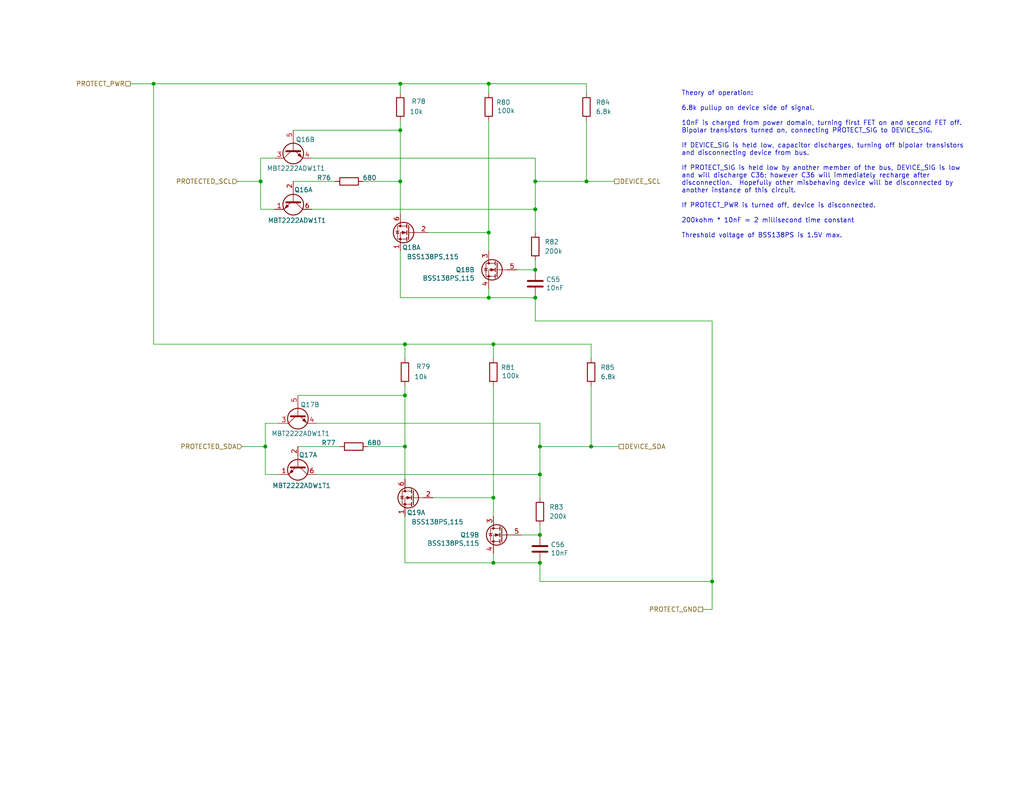
<source format=kicad_sch>
(kicad_sch (version 20231120) (generator "eeschema") (generator_version "8.0")
  (paper "A")
  (title_block (title "I2C Signal Protection") (company "Oakwood School") (comment 1 "All resistors 1% tol ") (comment 2 "All capacitors 15V rated ") (comment 3 "All capacitors on +7.5V or battery rail, 25V rated"))
  (lib_symbols
    (symbol "Device:C" (pin_numbers hide) (pin_names (offset 0.254))
      (property "Reference" "C" (at 0.635 2.54 0))
      (property "Value" "C" (at 0.635 -2.54 0))
      (symbol "C_0_1"
        (polyline (pts (xy -2.032 -0.762) (xy 2.032 -0.762)) (stroke (width 0.508)))
        (polyline (pts (xy -2.032 0.762) (xy 2.032 0.762)) (stroke (width 0.508)))
      )
      (symbol "C_1_1"
        (pin passive line (at 0 3.81 270) (length 2.794) (name "~") (number "1"))
        (pin passive line (at 0 -3.81 90) (length 2.794) (name "~") (number "2"))
      )
    )
    (symbol "Device:R" (pin_numbers hide) (pin_names (offset 0))
      (property "Reference" "R" (at 2.032 0 90))
      (property "Value" "R" (at 0 0 90))
      (symbol "R_0_1"
        (rectangle (start -1.016 -2.54) (end 1.016 2.54) (stroke (width 0.254)))
      )
      (symbol "R_1_1"
        (pin passive line (at 0 3.81 270) (length 1.27) (name "~") (number "1"))
        (pin passive line (at 0 -3.81 90) (length 1.27) (name "~") (number "2"))
      )
    )
    (symbol "Transistor_BJT:MBT2222ADW1T1" (pin_names (offset 0) hide)
      (property "Reference" "Q" (at 5.08 1.27 0))
      (property "Value" "MBT2222ADW1T1" (at 5.08 -1.27 0))
      (symbol "MBT2222ADW1T1_0_1"
        (polyline (pts (xy 0.635 0) (xy -2.54 0)))
        (polyline (pts (xy 0.635 0.635) (xy 2.54 2.54)))
        (polyline (pts (xy 0.635 -0.635) (xy 2.54 -2.54) (xy 2.54 -2.54)))
        (polyline (pts (xy 0.635 1.905) (xy 0.635 -1.905) (xy 0.635 -1.905)) (stroke (width 0.508)))
        (polyline (pts (xy 1.27 -1.778) (xy 1.778 -1.27) (xy 2.286 -2.286) (xy 1.27 -1.778) (xy 1.27 -1.778)) (fill (type outline)))
        (circle (center 1.27 0) (radius 2.8194) (stroke (width 0.254)))
      )
      (symbol "MBT2222ADW1T1_1_1"
        (pin passive line (at 2.54 -5.08 90) (length 2.54) (name "E1") (number "1"))
        (pin input line (at -5.08 0 0) (length 2.54) (name "B1") (number "2"))
        (pin passive line (at 2.54 5.08 270) (length 2.54) (name "C1") (number "6"))
      )
      (symbol "MBT2222ADW1T1_2_1"
        (pin passive line (at 2.54 5.08 270) (length 2.54) (name "C2") (number "3"))
        (pin passive line (at 2.54 -5.08 90) (length 2.54) (name "E2") (number "4"))
        (pin input line (at -5.08 0 0) (length 2.54) (name "B2") (number "5"))
      )
    )
    (symbol "mainboard:BSS138DWQ-7" (pin_names (offset 0.762) hide)
      (property "Reference" "Q" (at -2.54 5.08 0))
      (property "Value" "BSS138DWQ-7" (at 3.81 6.35 0))
      (symbol "BSS138DWQ-7_1_1"
        (polyline (pts (xy -1.016 0) (xy -3.81 0)))
        (polyline (pts (xy -1.016 1.905) (xy -1.016 -1.905)) (stroke (width 0.254)))
        (polyline (pts (xy -0.508 -1.27) (xy -0.508 -2.286)) (stroke (width 0.254)))
        (polyline (pts (xy -0.508 0.508) (xy -0.508 -0.508)) (stroke (width 0.254)))
        (polyline (pts (xy -0.508 2.286) (xy -0.508 1.27)) (stroke (width 0.254)))
        (polyline (pts (xy 1.27 2.54) (xy 1.27 1.778)))
        (polyline (pts (xy 1.27 -2.54) (xy 1.27 0) (xy -0.508 0)))
        (polyline (pts (xy -0.508 -1.778) (xy 2.032 -1.778) (xy 2.032 1.778) (xy -0.508 1.778)))
        (polyline (pts (xy -0.254 0) (xy 0.762 0.381) (xy 0.762 -0.381) (xy -0.254 0)) (fill (type outline)))
        (polyline (pts (xy 1.524 0.508) (xy 1.651 0.381) (xy 2.413 0.381) (xy 2.54 0.254)))
        (polyline (pts (xy 2.032 0.381) (xy 1.651 -0.254) (xy 2.413 -0.254) (xy 2.032 0.381)))
        (circle (center 0.381 0) (radius 2.794) (stroke (width 0.254)))
        (circle (center 1.27 -1.778) (radius 0.254) (fill (type outline)))
        (circle (center 1.27 1.778) (radius 0.254) (fill (type outline)))
        (pin passive line (at 1.27 -5.08 90) (length 2.54) (name "S2") (number "1"))
        (pin input line (at -6.35 0 0) (length 2.54) (name "G2") (number "2"))
        (pin passive line (at 1.27 5.08 270) (length 2.54) (name "D1") (number "6"))
      )
      (symbol "BSS138DWQ-7_2_1"
        (polyline (pts (xy -1.016 0) (xy -3.81 0)))
        (polyline (pts (xy -1.016 1.905) (xy -1.016 -1.905)) (stroke (width 0.254)))
        (polyline (pts (xy -0.508 -1.27) (xy -0.508 -2.286)) (stroke (width 0.254)))
        (polyline (pts (xy -0.508 0.508) (xy -0.508 -0.508)) (stroke (width 0.254)))
        (polyline (pts (xy -0.508 2.286) (xy -0.508 1.27)) (stroke (width 0.254)))
        (polyline (pts (xy 1.27 2.54) (xy 1.27 1.778)))
        (polyline (pts (xy 1.27 -2.54) (xy 1.27 0) (xy -0.508 0)))
        (polyline (pts (xy -0.508 -1.778) (xy 2.032 -1.778) (xy 2.032 1.778) (xy -0.508 1.778)))
        (polyline (pts (xy -0.254 0) (xy 0.762 0.381) (xy 0.762 -0.381) (xy -0.254 0)) (fill (type outline)))
        (polyline (pts (xy 1.524 0.508) (xy 1.651 0.381) (xy 2.413 0.381) (xy 2.54 0.254)))
        (polyline (pts (xy 2.032 0.381) (xy 1.651 -0.254) (xy 2.413 -0.254) (xy 2.032 0.381)))
        (circle (center 0.381 0) (radius 2.794) (stroke (width 0.254)))
        (circle (center 1.27 -1.778) (radius 0.254) (fill (type outline)))
        (circle (center 1.27 1.778) (radius 0.254) (fill (type outline)))
        (pin passive line (at 1.27 5.08 270) (length 2.54) (name "D2") (number "3"))
        (pin passive line (at 1.27 -5.08 90) (length 2.54) (name "S1") (number "4"))
        (pin input line (at -6.35 0 0) (length 2.54) (name "G1") (number "5"))
      )
    )
  )
  (junction (at 41.91 22.86))
  (junction (at 147.32 146.05))
  (junction (at 71.12 49.53))
  (junction (at 133.35 81.28))
  (junction (at 110.49 121.92))
  (junction (at 133.35 63.5))
  (junction (at 109.22 49.53))
  (junction (at 194.31 158.75))
  (junction (at 110.49 93.98))
  (junction (at 146.05 57.15))
  (junction (at 110.49 107.95))
  (junction (at 134.62 153.67))
  (junction (at 147.32 153.67))
  (junction (at 133.35 22.86))
  (junction (at 146.05 73.66))
  (junction (at 160.02 49.53))
  (junction (at 161.29 121.92))
  (junction (at 134.62 93.98))
  (junction (at 72.39 121.92))
  (junction (at 147.32 129.54))
  (junction (at 146.05 81.28))
  (junction (at 147.32 121.92))
  (junction (at 146.05 49.53))
  (junction (at 109.22 22.86))
  (junction (at 134.62 135.89))
  (junction (at 109.22 35.56))
  (wire (pts (xy 134.62 105.41) (xy 134.62 135.89)))
  (wire (pts (xy 76.2 115.57) (xy 72.39 115.57)))
  (wire (pts (xy 100.33 121.92) (xy 110.49 121.92)))
  (wire (pts (xy 118.11 135.89) (xy 134.62 135.89)))
  (wire (pts (xy 109.22 81.28) (xy 109.22 68.58)))
  (wire (pts (xy 146.05 43.18) (xy 146.05 49.53)))
  (wire (pts (xy 72.39 115.57) (xy 72.39 121.92)))
  (wire (pts (xy 133.35 22.86) (xy 133.35 25.4)))
  (wire (pts (xy 134.62 93.98) (xy 110.49 93.98)))
  (wire (pts (xy 133.35 22.86) (xy 160.02 22.86)))
  (wire (pts (xy 194.31 166.37) (xy 194.31 158.75)))
  (wire (pts (xy 161.29 93.98) (xy 134.62 93.98)))
  (wire (pts (xy 110.49 107.95) (xy 110.49 121.92)))
  (wire (pts (xy 110.49 153.67) (xy 134.62 153.67)))
  (wire (pts (xy 140.97 73.66) (xy 146.05 73.66)))
  (wire (pts (xy 146.05 57.15) (xy 146.05 49.53)))
  (wire (pts (xy 134.62 93.98) (xy 134.62 97.79)))
  (wire (pts (xy 71.12 49.53) (xy 71.12 57.15)))
  (wire (pts (xy 109.22 22.86) (xy 133.35 22.86)))
  (wire (pts (xy 76.2 129.54) (xy 72.39 129.54)))
  (wire (pts (xy 160.02 49.53) (xy 167.64 49.53)))
  (wire (pts (xy 110.49 121.92) (xy 110.49 130.81)))
  (wire (pts (xy 41.91 22.86) (xy 109.22 22.86)))
  (wire (pts (xy 147.32 153.67) (xy 147.32 158.75)))
  (wire (pts (xy 147.32 143.51) (xy 147.32 146.05)))
  (wire (pts (xy 109.22 33.02) (xy 109.22 35.56)))
  (wire (pts (xy 161.29 121.92) (xy 168.91 121.92)))
  (wire (pts (xy 64.77 49.53) (xy 71.12 49.53)))
  (wire (pts (xy 134.62 135.89) (xy 134.62 140.97)))
  (wire (pts (xy 109.22 81.28) (xy 133.35 81.28)))
  (wire (pts (xy 110.49 107.95) (xy 81.28 107.95)))
  (wire (pts (xy 85.09 57.15) (xy 146.05 57.15)))
  (wire (pts (xy 147.32 115.57) (xy 147.32 121.92)))
  (wire (pts (xy 80.01 49.53) (xy 91.44 49.53)))
  (wire (pts (xy 146.05 71.12) (xy 146.05 73.66)))
  (wire (pts (xy 110.49 153.67) (xy 110.49 140.97)))
  (wire (pts (xy 133.35 63.5) (xy 133.35 68.58)))
  (wire (pts (xy 81.28 121.92) (xy 92.71 121.92)))
  (wire (pts (xy 35.56 22.86) (xy 41.91 22.86)))
  (wire (pts (xy 66.04 121.92) (xy 72.39 121.92)))
  (wire (pts (xy 133.35 81.28) (xy 146.05 81.28)))
  (wire (pts (xy 133.35 33.02) (xy 133.35 63.5)))
  (wire (pts (xy 194.31 87.63) (xy 194.31 158.75)))
  (wire (pts (xy 146.05 49.53) (xy 160.02 49.53)))
  (wire (pts (xy 109.22 49.53) (xy 109.22 58.42)))
  (wire (pts (xy 109.22 35.56) (xy 80.01 35.56)))
  (wire (pts (xy 147.32 121.92) (xy 161.29 121.92)))
  (wire (pts (xy 72.39 121.92) (xy 72.39 129.54)))
  (wire (pts (xy 74.93 57.15) (xy 71.12 57.15)))
  (wire (pts (xy 41.91 93.98) (xy 41.91 22.86)))
  (wire (pts (xy 146.05 63.5) (xy 146.05 57.15)))
  (wire (pts (xy 194.31 158.75) (xy 147.32 158.75)))
  (wire (pts (xy 74.93 43.18) (xy 71.12 43.18)))
  (wire (pts (xy 160.02 25.4) (xy 160.02 22.86)))
  (wire (pts (xy 109.22 35.56) (xy 109.22 49.53)))
  (wire (pts (xy 134.62 153.67) (xy 147.32 153.67)))
  (wire (pts (xy 109.22 22.86) (xy 109.22 25.4)))
  (wire (pts (xy 110.49 93.98) (xy 110.49 97.79)))
  (wire (pts (xy 160.02 33.02) (xy 160.02 49.53)))
  (wire (pts (xy 146.05 87.63) (xy 146.05 81.28)))
  (wire (pts (xy 71.12 43.18) (xy 71.12 49.53)))
  (wire (pts (xy 110.49 93.98) (xy 41.91 93.98)))
  (wire (pts (xy 161.29 105.41) (xy 161.29 121.92)))
  (wire (pts (xy 116.84 63.5) (xy 133.35 63.5)))
  (wire (pts (xy 142.24 146.05) (xy 147.32 146.05)))
  (wire (pts (xy 147.32 129.54) (xy 147.32 121.92)))
  (wire (pts (xy 85.09 43.18) (xy 146.05 43.18)))
  (wire (pts (xy 133.35 78.74) (xy 133.35 81.28)))
  (wire (pts (xy 134.62 151.13) (xy 134.62 153.67)))
  (wire (pts (xy 86.36 129.54) (xy 147.32 129.54)))
  (wire (pts (xy 99.06 49.53) (xy 109.22 49.53)))
  (wire (pts (xy 110.49 105.41) (xy 110.49 107.95)))
  (wire (pts (xy 161.29 97.79) (xy 161.29 93.98)))
  (wire (pts (xy 194.31 87.63) (xy 146.05 87.63)))
  (wire (pts (xy 147.32 135.89) (xy 147.32 129.54)))
  (wire (pts (xy 86.36 115.57) (xy 147.32 115.57)))
  (wire (pts (xy 191.77 166.37) (xy 194.31 166.37)))
  (text "Theory of operation:\n\n6.8k pullup on device side of signal.\n\n10nF is charged from power domain, turning first FET on and second FET off.\nBipolar transistors turned on, connecting PROTECT_SIG to DEVICE_SIG.\n\nIf DEVICE_SIG is held low, capacitor discharges, turning off bipolar transistors\nand disconnecting device from bus.\n\nIf PROTECT_SIG is held low by another member of the bus, DEVICE_SIG is low\nand will discharge C36; however C36 will immediately recharge after\ndisconnection.  Hopefully other misbehaving device will be disconnected by\nanother instance of this circuit.\n\nIf PROTECT_PWR is turned off, device is disconnected.\n\n200kohm * 10nF = 2 millisecond time constant\n\nThreshold voltage of BSS138PS is 1.5V max." (at 185.928 44.958 0) (effects (font (size 1.27 1.27)) (justify left)))
  (hierarchical_label "PROTECTED_SCL" (shape input) (at 64.77 49.53 180))
  (hierarchical_label "PROTECT_PWR" (shape passive) (at 35.56 22.86 180))
  (hierarchical_label "PROTECTED_SDA" (shape input) (at 66.04 121.92 180))
  (hierarchical_label "DEVICE_SCL" (shape passive) (at 167.64 49.53 0))
  (hierarchical_label "DEVICE_SDA" (shape passive) (at 168.91 121.92 0))
  (hierarchical_label "PROTECT_GND" (shape passive) (at 191.77 166.37 180))
  (symbol (lib_id "Device:R") (at 161.29 101.6 0) (unit 1)
    (property "Reference" "R85" (at 163.83 100.3299 0) (effects (justify left)))
    (property "Value" "6.8k" (at 163.83 102.8699 0) (effects (justify left)))
    (property "Footprint" "Resistor_SMD:R_0603_1608Metric" (effects (hide yes)))
    (property "Description" "Resistor" (effects (hide yes)))
    (property "LCSC" "C844805" (effects (hide yes)))
    (instances (project "cpb" (path "" (reference "R85") (unit 1)) (path "" (reference "R75") (unit 1)) (path "" (reference "R95") (unit 1)) (path "" (reference "R65") (unit 1))))
  )
  (symbol (lib_id "Transistor_BJT:MBT2222ADW1T1") (at 81.28 113.03 90) (mirror x) (unit 2)
    (property "Reference" "Q17" (at 84.582 110.49 90))
    (property "Value" "MBT2222ADW1T1" (at 82.042 118.364 90))
    (property "Footprint" "Package_TO_SOT_SMD:SOT-363_SC-70-6" (effects (hide yes)))
    (property "Datasheet" "http://www.onsemi.com/pub_link/Collateral/MBT2222ADW1T1-D.PDF" (effects (hide yes)))
    (property "Description" "Dual NPN BJT - 2NPN" (effects (hide yes)))
    (property "LCSC" "C157366" (effects (hide yes)))
    (instances (project "cpb" (path "" (reference "Q17") (unit 2)) (path "" (reference "Q13") (unit 2)) (path "" (reference "Q21") (unit 2)) (path "" (reference "Q9") (unit 2))))
  )
  (symbol (lib_id "Device:R") (at 109.22 29.21 0) (unit 1)
    (property "Reference" "R78" (at 112.268 27.686 0) (effects (justify left)))
    (property "Value" "10k" (at 111.76 30.48 0) (effects (justify left)))
    (property "Footprint" "Resistor_SMD:R_0603_1608Metric" (effects (hide yes)))
    (property "Description" "Resistor" (effects (hide yes)))
    (property "LCSC" "C844918" (effects (hide yes)))
    (instances (project "cpb" (path "" (reference "R78") (unit 1)) (path "" (reference "R68") (unit 1)) (path "" (reference "R88") (unit 1)) (path "" (reference "R58") (unit 1))))
  )
  (symbol (lib_id "Device:C") (at 147.32 149.86 0) (unit 1)
    (property "Reference" "C56" (at 150.241 148.6916 0) (effects (justify left)))
    (property "Value" "10nF" (at 150.241 151.003 0) (effects (justify left)))
    (property "Footprint" "Capacitor_SMD:C_0603_1608Metric" (effects (hide yes)))
    (property "Description" "50V 10nF X7R ±10% 0603" (effects (hide yes)))
    (property "LCSC" "C100042" (effects (hide yes)))
    (instances (project "cpb" (path "" (reference "C56") (unit 1)) (path "" (reference "C54") (unit 1)) (path "" (reference "C58") (unit 1)) (path "" (reference "C52") (unit 1))))
  )
  (symbol (lib_id "Device:R") (at 133.35 29.21 0) (unit 1)
    (property "Reference" "R80" (at 135.382 27.94 0) (effects (justify left)))
    (property "Value" "100k" (at 135.636 30.226 0) (effects (justify left)))
    (property "Footprint" "Resistor_SMD:R_0603_1608Metric" (effects (hide yes)))
    (property "Description" "Resistor" (effects (hide yes)))
    (property "LCSC" "C189597" (effects (hide yes)))
    (instances (project "cpb" (path "" (reference "R80") (unit 1)) (path "" (reference "R70") (unit 1)) (path "" (reference "R90") (unit 1)) (path "" (reference "R60") (unit 1))))
  )
  (symbol (lib_id "Device:R") (at 146.05 67.31 0) (unit 1)
    (property "Reference" "R82" (at 148.59 66.0399 0) (effects (justify left)))
    (property "Value" "200k" (at 148.59 68.5799 0) (effects (justify left)))
    (property "Footprint" "Resistor_SMD:R_0603_1608Metric" (effects (hide yes)))
    (property "Description" "Resistor" (effects (hide yes)))
    (property "LCSC" "C118142" (effects (hide yes)))
    (instances (project "cpb" (path "" (reference "R82") (unit 1)) (path "" (reference "R72") (unit 1)) (path "" (reference "R92") (unit 1)) (path "" (reference "R62") (unit 1))))
  )
  (symbol (lib_id "Device:R") (at 96.52 121.92 90) (unit 1)
    (property "Reference" "R77" (at 89.662 120.904 90))
    (property "Value" "680" (at 102.108 120.904 90))
    (property "Footprint" "Resistor_SMD:R_0603_1608Metric" (effects (hide yes)))
    (property "Description" "Resistor" (effects (hide yes)))
    (property "LCSC" "C3996690" (effects (hide yes)))
    (instances (project "cpb" (path "" (reference "R77") (unit 1)) (path "" (reference "R67") (unit 1)) (path "" (reference "R87") (unit 1)) (path "" (reference "R57") (unit 1))))
  )
  (symbol (lib_id "Transistor_BJT:MBT2222ADW1T1") (at 80.01 54.61 270) (unit 1)
    (property "Reference" "Q16" (at 82.804 51.816 90))
    (property "Value" "MBT2222ADW1T1" (at 81.026 60.198 90))
    (property "Footprint" "Package_TO_SOT_SMD:SOT-363_SC-70-6" (effects (hide yes)))
    (property "Datasheet" "http://www.onsemi.com/pub_link/Collateral/MBT2222ADW1T1-D.PDF" (effects (hide yes)))
    (property "Description" "Dual NPN BJT - 2NPN" (effects (hide yes)))
    (property "LCSC" "C157366" (effects (hide yes)))
    (instances (project "cpb" (path "" (reference "Q16") (unit 1)) (path "" (reference "Q12") (unit 1)) (path "" (reference "Q20") (unit 1)) (path "" (reference "Q8") (unit 1))))
  )
  (symbol (lib_id "Device:R") (at 134.62 101.6 0) (unit 1)
    (property "Reference" "R81" (at 136.652 100.33 0) (effects (justify left)))
    (property "Value" "100k" (at 136.906 102.616 0) (effects (justify left)))
    (property "Footprint" "Resistor_SMD:R_0603_1608Metric" (effects (hide yes)))
    (property "Description" "Resistor" (effects (hide yes)))
    (property "LCSC" "C189597" (effects (hide yes)))
    (instances (project "cpb" (path "" (reference "R81") (unit 1)) (path "" (reference "R71") (unit 1)) (path "" (reference "R91") (unit 1)) (path "" (reference "R61") (unit 1))))
  )
  (symbol (lib_id "Device:R") (at 147.32 139.7 0) (unit 1)
    (property "Reference" "R83" (at 149.86 138.4299 0) (effects (justify left)))
    (property "Value" "200k" (at 149.86 140.9699 0) (effects (justify left)))
    (property "Footprint" "Resistor_SMD:R_0603_1608Metric" (effects (hide yes)))
    (property "Description" "Resistor" (effects (hide yes)))
    (property "LCSC" "C118142" (effects (hide yes)))
    (instances (project "cpb" (path "" (reference "R83") (unit 1)) (path "" (reference "R73") (unit 1)) (path "" (reference "R93") (unit 1)) (path "" (reference "R63") (unit 1))))
  )
  (symbol (lib_id "mainboard:BSS138DWQ-7") (at 110.49 63.5 0) (mirror y) (unit 1)
    (property "Reference" "Q18" (at 114.808 67.564 0) (effects (justify left)))
    (property "Value" "BSS138PS,115" (at 125.222 70.104 0) (effects (justify left)))
    (property "Footprint" "Package_TO_SOT_SMD:SOT-363_SC-70-6" (effects (hide yes)))
    (property "Datasheet" "https://www.diodes.com/assets/Datasheets/BSS138DWQ.pdf" (effects (hide yes)))
    (property "Description" "Dual N-Channel MOSFET - 2NMOS" (effects (hide yes)))
    (property "LCSC" "C193381" (effects (hide yes)))
    (instances (project "cpb" (path "" (reference "Q18") (unit 1)) (path "" (reference "Q14") (unit 1)) (path "" (reference "Q22") (unit 1)) (path "" (reference "Q10") (unit 1))))
  )
  (symbol (lib_id "mainboard:BSS138DWQ-7") (at 111.76 135.89 0) (mirror y) (unit 1)
    (property "Reference" "Q19" (at 116.078 139.954 0) (effects (justify left)))
    (property "Value" "BSS138PS,115" (at 126.492 142.494 0) (effects (justify left)))
    (property "Footprint" "Package_TO_SOT_SMD:SOT-363_SC-70-6" (effects (hide yes)))
    (property "Datasheet" "https://www.diodes.com/assets/Datasheets/BSS138DWQ.pdf" (effects (hide yes)))
    (property "Description" "Dual N-Channel MOSFET - 2NMOS" (effects (hide yes)))
    (property "LCSC" "C193381" (effects (hide yes)))
    (instances (project "cpb" (path "" (reference "Q19") (unit 1)) (path "" (reference "Q15") (unit 1)) (path "" (reference "Q23") (unit 1)) (path "" (reference "Q11") (unit 1))))
  )
  (symbol (lib_id "Device:R") (at 95.25 49.53 90) (unit 1)
    (property "Reference" "R76" (at 88.392 48.514 90))
    (property "Value" "680" (at 100.838 48.514 90))
    (property "Footprint" "Resistor_SMD:R_0603_1608Metric" (effects (hide yes)))
    (property "Description" "Resistor" (effects (hide yes)))
    (property "LCSC" "C3996690" (effects (hide yes)))
    (instances (project "cpb" (path "" (reference "R76") (unit 1)) (path "" (reference "R66") (unit 1)) (path "" (reference "R86") (unit 1)) (path "" (reference "R56") (unit 1))))
  )
  (symbol (lib_id "Transistor_BJT:MBT2222ADW1T1") (at 81.28 127 270) (unit 1)
    (property "Reference" "Q17" (at 84.074 124.206 90))
    (property "Value" "MBT2222ADW1T1" (at 82.296 132.588 90))
    (property "Footprint" "Package_TO_SOT_SMD:SOT-363_SC-70-6" (effects (hide yes)))
    (property "Datasheet" "http://www.onsemi.com/pub_link/Collateral/MBT2222ADW1T1-D.PDF" (effects (hide yes)))
    (property "Description" "Dual NPN BJT - 2NPN" (effects (hide yes)))
    (property "LCSC" "C157366" (effects (hide yes)))
    (instances (project "cpb" (path "" (reference "Q17") (unit 1)) (path "" (reference "Q13") (unit 1)) (path "" (reference "Q21") (unit 1)) (path "" (reference "Q9") (unit 1))))
  )
  (symbol (lib_id "Device:C") (at 146.05 77.47 0) (unit 1)
    (property "Reference" "C55" (at 148.971 76.3016 0) (effects (justify left)))
    (property "Value" "10nF" (at 148.971 78.613 0) (effects (justify left)))
    (property "Footprint" "Capacitor_SMD:C_0603_1608Metric" (effects (hide yes)))
    (property "Description" "50V 10nF X7R ±10% 0603" (effects (hide yes)))
    (property "LCSC" "C100042" (effects (hide yes)))
    (instances (project "cpb" (path "" (reference "C55") (unit 1)) (path "" (reference "C53") (unit 1)) (path "" (reference "C57") (unit 1)) (path "" (reference "C51") (unit 1))))
  )
  (symbol (lib_id "Transistor_BJT:MBT2222ADW1T1") (at 80.01 40.64 90) (mirror x) (unit 2)
    (property "Reference" "Q16" (at 83.312 38.1 90))
    (property "Value" "MBT2222ADW1T1" (at 80.772 45.974 90))
    (property "Footprint" "Package_TO_SOT_SMD:SOT-363_SC-70-6" (effects (hide yes)))
    (property "Datasheet" "http://www.onsemi.com/pub_link/Collateral/MBT2222ADW1T1-D.PDF" (effects (hide yes)))
    (property "Description" "Dual NPN BJT - 2NPN" (effects (hide yes)))
    (property "LCSC" "C157366" (effects (hide yes)))
    (instances (project "cpb" (path "" (reference "Q16") (unit 2)) (path "" (reference "Q12") (unit 2)) (path "" (reference "Q20") (unit 2)) (path "" (reference "Q8") (unit 2))))
  )
  (symbol (lib_id "Device:R") (at 110.49 101.6 0) (unit 1)
    (property "Reference" "R79" (at 113.538 100.076 0) (effects (justify left)))
    (property "Value" "10k" (at 113.03 102.87 0) (effects (justify left)))
    (property "Footprint" "Resistor_SMD:R_0603_1608Metric" (effects (hide yes)))
    (property "Description" "Resistor" (effects (hide yes)))
    (property "LCSC" "C844918" (effects (hide yes)))
    (instances (project "cpb" (path "" (reference "R79") (unit 1)) (path "" (reference "R69") (unit 1)) (path "" (reference "R89") (unit 1)) (path "" (reference "R59") (unit 1))))
  )
  (symbol (lib_id "mainboard:BSS138DWQ-7") (at 134.62 73.66 0) (mirror y) (unit 2)
    (property "Reference" "Q18" (at 129.54 73.6599 0) (effects (justify left)))
    (property "Value" "BSS138PS,115" (at 129.54 75.946 0) (effects (justify left)))
    (property "Footprint" "Package_TO_SOT_SMD:SOT-363_SC-70-6" (effects (hide yes)))
    (property "Datasheet" "https://www.diodes.com/assets/Datasheets/BSS138DWQ.pdf" (effects (hide yes)))
    (property "Description" "Dual N-Channel MOSFET - 2NMOS" (effects (hide yes)))
    (property "LCSC" "C193381" (effects (hide yes)))
    (instances (project "cpb" (path "" (reference "Q18") (unit 2)) (path "" (reference "Q14") (unit 2)) (path "" (reference "Q22") (unit 2)) (path "" (reference "Q10") (unit 2))))
  )
  (symbol (lib_id "mainboard:BSS138DWQ-7") (at 135.89 146.05 0) (mirror y) (unit 2)
    (property "Reference" "Q19" (at 130.81 146.0499 0) (effects (justify left)))
    (property "Value" "BSS138PS,115" (at 130.81 148.336 0) (effects (justify left)))
    (property "Footprint" "Package_TO_SOT_SMD:SOT-363_SC-70-6" (effects (hide yes)))
    (property "Datasheet" "https://www.diodes.com/assets/Datasheets/BSS138DWQ.pdf" (effects (hide yes)))
    (property "Description" "Dual N-Channel MOSFET - 2NMOS" (effects (hide yes)))
    (property "LCSC" "C193381" (effects (hide yes)))
    (instances (project "cpb" (path "" (reference "Q19") (unit 2)) (path "" (reference "Q15") (unit 2)) (path "" (reference "Q23") (unit 2)) (path "" (reference "Q11") (unit 2))))
  )
  (symbol (lib_id "Device:R") (at 160.02 29.21 0) (unit 1)
    (property "Reference" "R84" (at 162.56 27.9399 0) (effects (justify left)))
    (property "Value" "6.8k" (at 162.56 30.4799 0) (effects (justify left)))
    (property "Footprint" "Resistor_SMD:R_0603_1608Metric" (effects (hide yes)))
    (property "Description" "Resistor" (effects (hide yes)))
    (property "LCSC" "C844805" (effects (hide yes)))
    (instances (project "cpb" (path "" (reference "R84") (unit 1)) (path "" (reference "R74") (unit 1)) (path "" (reference "R94") (unit 1)) (path "" (reference "R64") (unit 1))))
  )
)
</source>
